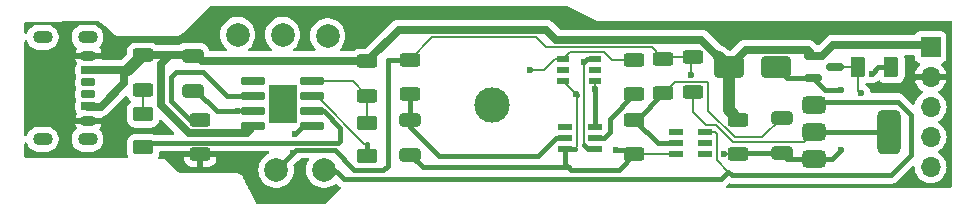
<source format=gbr>
%TF.GenerationSoftware,KiCad,Pcbnew,8.0.6*%
%TF.CreationDate,2024-11-02T11:24:59+01:00*%
%TF.ProjectId,BMU,424d552e-6b69-4636-9164-5f7063625858,rev?*%
%TF.SameCoordinates,Original*%
%TF.FileFunction,Copper,L1,Top*%
%TF.FilePolarity,Positive*%
%FSLAX46Y46*%
G04 Gerber Fmt 4.6, Leading zero omitted, Abs format (unit mm)*
G04 Created by KiCad (PCBNEW 8.0.6) date 2024-11-02 11:24:59*
%MOMM*%
%LPD*%
G01*
G04 APERTURE LIST*
G04 Aperture macros list*
%AMRoundRect*
0 Rectangle with rounded corners*
0 $1 Rounding radius*
0 $2 $3 $4 $5 $6 $7 $8 $9 X,Y pos of 4 corners*
0 Add a 4 corners polygon primitive as box body*
4,1,4,$2,$3,$4,$5,$6,$7,$8,$9,$2,$3,0*
0 Add four circle primitives for the rounded corners*
1,1,$1+$1,$2,$3*
1,1,$1+$1,$4,$5*
1,1,$1+$1,$6,$7*
1,1,$1+$1,$8,$9*
0 Add four rect primitives between the rounded corners*
20,1,$1+$1,$2,$3,$4,$5,0*
20,1,$1+$1,$4,$5,$6,$7,0*
20,1,$1+$1,$6,$7,$8,$9,0*
20,1,$1+$1,$8,$9,$2,$3,0*%
G04 Aperture macros list end*
%TA.AperFunction,SMDPad,CuDef*%
%ADD10RoundRect,0.175000X-0.425000X0.175000X-0.425000X-0.175000X0.425000X-0.175000X0.425000X0.175000X0*%
%TD*%
%TA.AperFunction,SMDPad,CuDef*%
%ADD11RoundRect,0.190000X0.410000X-0.190000X0.410000X0.190000X-0.410000X0.190000X-0.410000X-0.190000X0*%
%TD*%
%TA.AperFunction,SMDPad,CuDef*%
%ADD12RoundRect,0.200000X0.400000X-0.200000X0.400000X0.200000X-0.400000X0.200000X-0.400000X-0.200000X0*%
%TD*%
%TA.AperFunction,SMDPad,CuDef*%
%ADD13RoundRect,0.175000X0.425000X-0.175000X0.425000X0.175000X-0.425000X0.175000X-0.425000X-0.175000X0*%
%TD*%
%TA.AperFunction,SMDPad,CuDef*%
%ADD14RoundRect,0.190000X-0.410000X0.190000X-0.410000X-0.190000X0.410000X-0.190000X0.410000X0.190000X0*%
%TD*%
%TA.AperFunction,SMDPad,CuDef*%
%ADD15RoundRect,0.200000X-0.400000X0.200000X-0.400000X-0.200000X0.400000X-0.200000X0.400000X0.200000X0*%
%TD*%
%TA.AperFunction,ComponentPad*%
%ADD16O,1.700000X1.100000*%
%TD*%
%TA.AperFunction,SMDPad,CuDef*%
%ADD17RoundRect,0.250000X0.625000X-0.375000X0.625000X0.375000X-0.625000X0.375000X-0.625000X-0.375000X0*%
%TD*%
%TA.AperFunction,SMDPad,CuDef*%
%ADD18RoundRect,0.250000X-0.625000X0.312500X-0.625000X-0.312500X0.625000X-0.312500X0.625000X0.312500X0*%
%TD*%
%TA.AperFunction,ComponentPad*%
%ADD19R,1.700000X1.700000*%
%TD*%
%TA.AperFunction,ComponentPad*%
%ADD20O,1.700000X1.700000*%
%TD*%
%TA.AperFunction,ComponentPad*%
%ADD21C,2.000000*%
%TD*%
%TA.AperFunction,ComponentPad*%
%ADD22C,3.000000*%
%TD*%
%TA.AperFunction,SMDPad,CuDef*%
%ADD23RoundRect,0.250000X-0.650000X0.325000X-0.650000X-0.325000X0.650000X-0.325000X0.650000X0.325000X0*%
%TD*%
%TA.AperFunction,SMDPad,CuDef*%
%ADD24RoundRect,0.250000X0.625000X-0.312500X0.625000X0.312500X-0.625000X0.312500X-0.625000X-0.312500X0*%
%TD*%
%TA.AperFunction,SMDPad,CuDef*%
%ADD25R,1.210000X0.590000*%
%TD*%
%TA.AperFunction,SMDPad,CuDef*%
%ADD26RoundRect,0.375000X-0.625000X-0.375000X0.625000X-0.375000X0.625000X0.375000X-0.625000X0.375000X0*%
%TD*%
%TA.AperFunction,SMDPad,CuDef*%
%ADD27RoundRect,0.500000X-0.500000X-1.400000X0.500000X-1.400000X0.500000X1.400000X-0.500000X1.400000X0*%
%TD*%
%TA.AperFunction,SMDPad,CuDef*%
%ADD28R,1.150000X0.600000*%
%TD*%
%TA.AperFunction,SMDPad,CuDef*%
%ADD29RoundRect,0.250000X1.000000X0.650000X-1.000000X0.650000X-1.000000X-0.650000X1.000000X-0.650000X0*%
%TD*%
%TA.AperFunction,SMDPad,CuDef*%
%ADD30RoundRect,0.250000X0.375000X0.625000X-0.375000X0.625000X-0.375000X-0.625000X0.375000X-0.625000X0*%
%TD*%
%TA.AperFunction,SMDPad,CuDef*%
%ADD31RoundRect,0.075000X-0.910000X-0.225000X0.910000X-0.225000X0.910000X0.225000X-0.910000X0.225000X0*%
%TD*%
%TA.AperFunction,SMDPad,CuDef*%
%ADD32R,2.413000X3.302000*%
%TD*%
%TA.AperFunction,SMDPad,CuDef*%
%ADD33RoundRect,0.150000X-0.587500X-0.150000X0.587500X-0.150000X0.587500X0.150000X-0.587500X0.150000X0*%
%TD*%
%TA.AperFunction,SMDPad,CuDef*%
%ADD34R,0.977900X0.558800*%
%TD*%
%TA.AperFunction,ViaPad*%
%ADD35C,0.600000*%
%TD*%
%TA.AperFunction,Conductor*%
%ADD36C,0.400000*%
%TD*%
%TA.AperFunction,Conductor*%
%ADD37C,0.200000*%
%TD*%
%TA.AperFunction,Conductor*%
%ADD38C,0.700000*%
%TD*%
%TA.AperFunction,Conductor*%
%ADD39C,1.000000*%
%TD*%
G04 APERTURE END LIST*
D10*
%TO.P,J1,A5,CC1*%
%TO.N,unconnected-(J1-CC1-PadA5)*%
X67380000Y-57795000D03*
D11*
%TO.P,J1,A9,VBUS*%
%TO.N,+5V*%
X67380000Y-59815000D03*
D12*
%TO.P,J1,A12,GND*%
%TO.N,GND*%
X67380000Y-61045000D03*
D13*
%TO.P,J1,B5,CC2*%
%TO.N,unconnected-(J1-CC2-PadB5)*%
X67380000Y-58795000D03*
D14*
%TO.P,J1,B9,VBUS*%
%TO.N,+5V*%
X67380000Y-56775000D03*
D15*
%TO.P,J1,B12,GND*%
%TO.N,GND*%
X67380000Y-55545000D03*
D16*
%TO.P,J1,S1,SHIELD*%
%TO.N,unconnected-(J1-SHIELD-PadS1)*%
X67300000Y-53975000D03*
X63500000Y-53975000D03*
X67300000Y-62615000D03*
X63500000Y-62615000D03*
%TD*%
D17*
%TO.P,D2,1,K*%
%TO.N,Net-(D2-K)*%
X91000000Y-64000000D03*
%TO.P,D2,2,A*%
%TO.N,Net-(D2-A)*%
X91000000Y-61200000D03*
%TD*%
D18*
%TO.P,R7,1*%
%TO.N,PMOS-Drain*%
X118593677Y-55687500D03*
%TO.P,R7,2*%
%TO.N,Net-(Q3-D)*%
X118593677Y-58612500D03*
%TD*%
D19*
%TO.P,J2,1,Pin_1*%
%TO.N,+5V*%
X138675172Y-54804082D03*
D20*
%TO.P,J2,2,Pin_2*%
%TO.N,GND*%
X138675172Y-57344082D03*
%TO.P,J2,3,Pin_3*%
%TO.N,Net-(D4-K)*%
X138675172Y-59884082D03*
%TO.P,J2,4,Pin_4*%
%TO.N,Net-(J2-Pin_4)*%
X138675172Y-62424082D03*
%TO.P,J2,5,Pin_5*%
%TO.N,Net-(IC1-VSS)*%
X138675172Y-64964082D03*
%TD*%
D21*
%TO.P,hsup1,1,1*%
%TO.N,PMOS-Drain*%
X83274188Y-65202788D03*
%TD*%
D18*
%TO.P,R8,1*%
%TO.N,Net-(IC1-VDD)*%
X113596726Y-60943677D03*
%TO.P,R8,2*%
%TO.N,Net-(IC1-VSS)*%
X113596726Y-63868677D03*
%TD*%
D22*
%TO.P,TP1,1,1*%
%TO.N,unconnected-(TP1-Pad1)*%
X101577701Y-59698208D03*
%TD*%
D23*
%TO.P,C2,1*%
%TO.N,Net-(U1-VCC)*%
X94615000Y-60960000D03*
%TO.P,C2,2*%
%TO.N,Net-(IC1-VSS)*%
X94615000Y-63910000D03*
%TD*%
D18*
%TO.P,R4,1*%
%TO.N,PMOS-Drain*%
X94615000Y-55880000D03*
%TO.P,R4,2*%
%TO.N,Net-(U1-VCC)*%
X94615000Y-58805000D03*
%TD*%
D24*
%TO.P,R5,1*%
%TO.N,Net-(U1-CS)*%
X113596726Y-58788677D03*
%TO.P,R5,2*%
%TO.N,Net-(U2-GND)*%
X113596726Y-55863677D03*
%TD*%
D21*
%TO.P,n2g1,1,1*%
%TO.N,Net-(U1-OC)*%
X83820000Y-53763338D03*
%TD*%
%TO.P,gate1,1,1*%
%TO.N,Net-(IC1-OUT)*%
X87324188Y-65202788D03*
%TD*%
D18*
%TO.P,R1,1*%
%TO.N,+5V*%
X72000000Y-55500000D03*
%TO.P,R1,2*%
%TO.N,Net-(D1-A)*%
X72000000Y-58425000D03*
%TD*%
%TO.P,R3,1*%
%TO.N,Net-(U2-PROG)*%
X76835000Y-60960000D03*
%TO.P,R3,2*%
%TO.N,GND*%
X76835000Y-63885000D03*
%TD*%
D21*
%TO.P,n2s1,1,1*%
%TO.N,Net-(IC1-VSS)*%
X80010000Y-53763338D03*
%TD*%
%TO.P,n1g1,1,1*%
%TO.N,Net-(U1-OD)*%
X87630000Y-53869172D03*
%TD*%
D25*
%TO.P,U1,1,OD*%
%TO.N,Net-(U1-OD)*%
X110241726Y-63439400D03*
%TO.P,U1,2,CS*%
%TO.N,Net-(U1-CS)*%
X110241726Y-62489400D03*
%TO.P,U1,3,OC*%
%TO.N,Net-(U1-OC)*%
X110241726Y-61539400D03*
%TO.P,U1,4,TD*%
%TO.N,unconnected-(U1-TD-Pad4)*%
X107731726Y-61539400D03*
%TO.P,U1,5,VCC*%
%TO.N,Net-(U1-VCC)*%
X107731726Y-62489400D03*
%TO.P,U1,6,GND*%
%TO.N,Net-(IC1-VSS)*%
X107731726Y-63439400D03*
%TD*%
D26*
%TO.P,Q3,1,G*%
%TO.N,Net-(IC1-OUT)*%
X128836726Y-59673677D03*
%TO.P,Q3,2,D*%
%TO.N,Net-(Q3-D)*%
X128836726Y-61973677D03*
D27*
X135136726Y-61973677D03*
D26*
%TO.P,Q3,3,S*%
%TO.N,Net-(IC1-VSS)*%
X128836726Y-64273677D03*
%TD*%
D28*
%TO.P,IC1,1,NC_1*%
%TO.N,unconnected-(IC1-NC_1-Pad1)*%
X117111948Y-61985000D03*
%TO.P,IC1,2,VDD*%
%TO.N,Net-(IC1-VDD)*%
X117111948Y-62935000D03*
%TO.P,IC1,3,VSS*%
%TO.N,Net-(IC1-VSS)*%
X117111948Y-63885000D03*
%TO.P,IC1,4,NC_2*%
%TO.N,unconnected-(IC1-NC_2-Pad4)*%
X119611948Y-63885000D03*
%TO.P,IC1,5,NC_3*%
%TO.N,unconnected-(IC1-NC_3-Pad5)*%
X119611948Y-62935000D03*
%TO.P,IC1,6,OUT*%
%TO.N,Net-(IC1-OUT)*%
X119611948Y-61985000D03*
%TD*%
D29*
%TO.P,D4,1,K*%
%TO.N,Net-(D4-K)*%
X125578677Y-56515000D03*
%TO.P,D4,2,A*%
%TO.N,+5V*%
X121578677Y-56515000D03*
%TD*%
D23*
%TO.P,C1,1*%
%TO.N,+5V*%
X76200000Y-55550000D03*
%TO.P,C1,2*%
%TO.N,Net-(U2-GND)*%
X76200000Y-58500000D03*
%TD*%
D18*
%TO.P,Rpull1,1*%
%TO.N,+5V*%
X122403677Y-60960000D03*
%TO.P,Rpull1,2*%
%TO.N,Net-(IC1-VSS)*%
X122403677Y-63885000D03*
%TD*%
D30*
%TO.P,F1,1*%
%TO.N,PMOS-Drain*%
X135363677Y-56515000D03*
%TO.P,F1,2*%
%TO.N,Net-(J2-Pin_4)*%
X132563677Y-56515000D03*
%TD*%
D17*
%TO.P,D1,1,K*%
%TO.N,Net-(D1-K)*%
X72000000Y-63300000D03*
%TO.P,D1,2,A*%
%TO.N,Net-(D1-A)*%
X72000000Y-60500000D03*
%TD*%
D31*
%TO.P,U2,1,TEMP*%
%TO.N,unconnected-(U2-TEMP-Pad1)*%
X81345000Y-57720000D03*
%TO.P,U2,2,PROG*%
%TO.N,Net-(U2-PROG)*%
X81345000Y-58990000D03*
%TO.P,U2,3,GND*%
%TO.N,Net-(U2-GND)*%
X81345000Y-60260000D03*
%TO.P,U2,4,VCC*%
%TO.N,+5V*%
X81345000Y-61530000D03*
%TO.P,U2,5,BAT*%
%TO.N,PMOS-Drain*%
X86295000Y-61530000D03*
%TO.P,U2,6,~{STDBY}*%
%TO.N,Net-(D1-K)*%
X86295000Y-60260000D03*
%TO.P,U2,7,~{CHRG}*%
%TO.N,Net-(D2-K)*%
X86295000Y-58990000D03*
%TO.P,U2,8,CE*%
%TO.N,Net-(D2-A)*%
X86295000Y-57720000D03*
D32*
%TO.P,U2,9,EP*%
%TO.N,unconnected-(U2-EP-Pad9)*%
X83820000Y-59625000D03*
%TD*%
D33*
%TO.P,Q2,1,G*%
%TO.N,+5V*%
X128753677Y-55548677D03*
%TO.P,Q2,2,S*%
%TO.N,Net-(D4-K)*%
X128753677Y-57448677D03*
%TO.P,Q2,3,D*%
%TO.N,Net-(J2-Pin_4)*%
X130628677Y-56498677D03*
%TD*%
D18*
%TO.P,R6,1*%
%TO.N,PMOS-Drain*%
X116053677Y-55778383D03*
%TO.P,R6,2*%
%TO.N,Net-(IC1-VDD)*%
X116053677Y-58703383D03*
%TD*%
D23*
%TO.P,C3,1*%
%TO.N,Net-(IC1-VDD)*%
X126062533Y-60850402D03*
%TO.P,C3,2*%
%TO.N,Net-(IC1-VSS)*%
X126062533Y-63800402D03*
%TD*%
D18*
%TO.P,R2,1*%
%TO.N,+5V*%
X91000000Y-56000000D03*
%TO.P,R2,2*%
%TO.N,Net-(D2-A)*%
X91000000Y-58925000D03*
%TD*%
D34*
%TO.P,Q1,1,1*%
%TO.N,Net-(U2-GND)*%
X107592026Y-55824400D03*
%TO.P,Q1,2,2*%
%TO.N,unconnected-(Q1-Pad2)*%
X107592026Y-56774401D03*
%TO.P,Q1,3,3*%
%TO.N,Net-(IC1-VSS)*%
X107592026Y-57724402D03*
%TO.P,Q1,4,4*%
%TO.N,Net-(U1-OC)*%
X110271726Y-57724402D03*
%TO.P,Q1,5,5*%
%TO.N,unconnected-(Q1-Pad5)*%
X110271726Y-56774401D03*
%TO.P,Q1,6,6*%
%TO.N,Net-(U1-OD)*%
X110271726Y-55824400D03*
%TD*%
D35*
%TO.N,Net-(IC1-VSS)*%
X121176063Y-63885000D03*
X112037026Y-63500000D03*
X131087026Y-63500000D03*
X108636726Y-58769102D03*
%TO.N,GND*%
X137000000Y-58000000D03*
X73660000Y-63885000D03*
%TO.N,Net-(D4-K)*%
X131087026Y-58420000D03*
%TO.N,Net-(U2-GND)*%
X80010000Y-60260000D03*
X104750000Y-56750000D03*
%TO.N,PMOS-Drain*%
X84875665Y-62183946D03*
X84738488Y-63738488D03*
X118387026Y-57150000D03*
X133688677Y-57080712D03*
%TO.N,Net-(U1-OC)*%
X110241726Y-58380723D03*
%TO.N,Net-(U1-OD)*%
X109336726Y-56070450D03*
%TO.N,Net-(J2-Pin_4)*%
X132800811Y-58737684D03*
%TD*%
D36*
%TO.N,Net-(U1-VCC)*%
X94615000Y-60960000D02*
X94615000Y-58805000D01*
X94615000Y-61595000D02*
X97020000Y-64000000D01*
X106926726Y-62489400D02*
X107731726Y-62489400D01*
D37*
X94615000Y-60960000D02*
X94615000Y-61595000D01*
D36*
X105416126Y-64000000D02*
X106926726Y-62489400D01*
X97020000Y-64000000D02*
X105416126Y-64000000D01*
%TO.N,Net-(IC1-VSS)*%
X113596726Y-63868677D02*
X112273503Y-65191900D01*
D37*
X108766548Y-58898924D02*
X108766548Y-63209578D01*
X107592026Y-57724402D02*
X108636726Y-58769102D01*
X125913275Y-63800402D02*
X125828677Y-63885000D01*
X108766548Y-63209578D02*
X108636726Y-63339400D01*
D36*
X112037026Y-63500000D02*
X113228049Y-63500000D01*
D37*
X113596726Y-63868677D02*
X117095625Y-63868677D01*
D36*
X126535808Y-64273677D02*
X126062533Y-63800402D01*
X108536726Y-63439400D02*
X107731726Y-63439400D01*
D37*
X126062533Y-63800402D02*
X125913275Y-63800402D01*
D36*
X112273503Y-65191900D02*
X108227026Y-65191900D01*
X94615000Y-63910000D02*
X95705000Y-65000000D01*
X128836726Y-64273677D02*
X126535808Y-64273677D01*
X130313349Y-64273677D02*
X128836726Y-64273677D01*
D37*
X117095625Y-63868677D02*
X117111948Y-63885000D01*
D36*
X131087026Y-63500000D02*
X130313349Y-64273677D01*
D37*
X108035126Y-65000000D02*
X108227026Y-65191900D01*
X121176063Y-63885000D02*
X122403677Y-63885000D01*
X121176063Y-63885000D02*
X121160106Y-63869043D01*
X122488275Y-63800402D02*
X122403677Y-63885000D01*
D36*
X107731726Y-63439400D02*
X107731726Y-64696600D01*
X107731726Y-64696600D02*
X108227026Y-65191900D01*
X126062533Y-63800402D02*
X122488275Y-63800402D01*
X108636726Y-58769102D02*
X108766548Y-58898924D01*
D37*
X113228049Y-63500000D02*
X113596726Y-63868677D01*
D36*
X95705000Y-65000000D02*
X108035126Y-65000000D01*
D37*
%TO.N,Net-(IC1-VDD)*%
X119863677Y-57785000D02*
X119828677Y-57750000D01*
X119828677Y-57750000D02*
X117007060Y-57750000D01*
D36*
X113596726Y-60943677D02*
X115588049Y-62935000D01*
D37*
X113813383Y-60943677D02*
X113596726Y-60943677D01*
X126062533Y-60850402D02*
X124447935Y-62465000D01*
X117007060Y-57750000D02*
X116053677Y-58703383D01*
X124447935Y-62465000D02*
X122132634Y-62465000D01*
X122132634Y-62465000D02*
X119863677Y-60196043D01*
D36*
X116053677Y-58703383D02*
X113813383Y-60943677D01*
D37*
X119863677Y-60196043D02*
X119863677Y-57785000D01*
D36*
X115588049Y-62935000D02*
X117111948Y-62935000D01*
D37*
%TO.N,GND*%
X76835000Y-63885000D02*
X73660000Y-63885000D01*
X137655918Y-57344082D02*
X137000000Y-58000000D01*
X138675172Y-57344082D02*
X137655918Y-57344082D01*
D38*
%TO.N,+5V*%
X106102026Y-53340000D02*
X106957026Y-54195000D01*
X73500000Y-56267349D02*
X74267349Y-55500000D01*
X73500000Y-59700798D02*
X73500000Y-56267349D01*
X123028677Y-55065000D02*
X128270000Y-55065000D01*
X75871702Y-62072500D02*
X73500000Y-59700798D01*
X106957026Y-54195000D02*
X119258678Y-54195000D01*
X128753677Y-55548677D02*
X129485703Y-55548677D01*
X80802500Y-62072500D02*
X75871702Y-62072500D01*
X74267349Y-55500000D02*
X76150000Y-55500000D01*
X76200000Y-55550000D02*
X76530000Y-55550000D01*
X76980000Y-56000000D02*
X91000000Y-56000000D01*
X76530000Y-55550000D02*
X76980000Y-56000000D01*
D39*
X121578677Y-56515000D02*
X121578677Y-60135000D01*
X72000000Y-55500000D02*
X70755000Y-56745000D01*
X121578677Y-60135000D02*
X122403677Y-60960000D01*
D38*
X76150000Y-55500000D02*
X76200000Y-55550000D01*
X91000000Y-56000000D02*
X93660000Y-53340000D01*
X129485703Y-55548677D02*
X130424380Y-54610000D01*
X119665352Y-54601674D02*
X121578677Y-56515000D01*
X121578677Y-56515000D02*
X123028677Y-55065000D01*
D39*
X120751177Y-55687500D02*
X121578677Y-56515000D01*
D38*
X81345000Y-61530000D02*
X80802500Y-62072500D01*
X68425000Y-59845000D02*
X67380000Y-59845000D01*
X70425000Y-57075000D02*
X70425000Y-57845000D01*
X70755000Y-56745000D02*
X67410000Y-56745000D01*
X128270000Y-55065000D02*
X128753677Y-55548677D01*
X74267349Y-55500000D02*
X72000000Y-55500000D01*
X70425000Y-57845000D02*
X68425000Y-59845000D01*
X130424380Y-54610000D02*
X138430000Y-54610000D01*
X93660000Y-53340000D02*
X106102026Y-53340000D01*
X119258678Y-54195000D02*
X119665352Y-54601674D01*
D37*
%TO.N,Net-(D1-A)*%
X72000000Y-60500000D02*
X72000000Y-58425000D01*
%TO.N,Net-(D1-K)*%
X72277500Y-63022500D02*
X72000000Y-63300000D01*
D36*
X86295000Y-60260000D02*
X87279999Y-60260000D01*
X88654552Y-62745244D02*
X88481841Y-62917955D01*
X88654552Y-61634553D02*
X88654552Y-62745244D01*
X88481841Y-62917955D02*
X72382045Y-62917955D01*
X72382045Y-62917955D02*
X72277500Y-63022500D01*
X87279999Y-60260000D02*
X88654552Y-61634553D01*
D37*
%TO.N,Net-(D2-A)*%
X86295000Y-57720000D02*
X89795000Y-57720000D01*
X89795000Y-57720000D02*
X91000000Y-58925000D01*
X91000000Y-58925000D02*
X91000000Y-61200000D01*
D36*
%TO.N,Net-(D2-K)*%
X91000000Y-63000000D02*
X91000000Y-64000000D01*
D37*
X86295000Y-58990000D02*
X86717106Y-58990000D01*
X86717106Y-58990000D02*
X90727106Y-63000000D01*
X86295000Y-58990000D02*
X86990000Y-58990000D01*
X90727106Y-63000000D02*
X91000000Y-63000000D01*
D36*
%TO.N,Net-(D4-K)*%
X131087026Y-58420000D02*
X129725000Y-58420000D01*
X129725000Y-58420000D02*
X128753677Y-57448677D01*
X128753677Y-57448677D02*
X126512354Y-57448677D01*
X126512354Y-57448677D02*
X125578677Y-56515000D01*
%TO.N,Net-(U2-GND)*%
X78260000Y-60260000D02*
X76500000Y-58500000D01*
D37*
X105977476Y-56750000D02*
X106903076Y-55824400D01*
X111060676Y-55245000D02*
X111695676Y-55880000D01*
D36*
X80010000Y-60260000D02*
X78260000Y-60260000D01*
D37*
X104750000Y-56750000D02*
X105977476Y-56750000D01*
X80685000Y-60310000D02*
X81500000Y-60310000D01*
X80010000Y-60260000D02*
X81345000Y-60260000D01*
X107592026Y-55824400D02*
X108171426Y-55245000D01*
X113580403Y-55880000D02*
X113596726Y-55863677D01*
X111695676Y-55880000D02*
X113580403Y-55880000D01*
X106903076Y-55824400D02*
X107592026Y-55824400D01*
X108171426Y-55245000D02*
X111060676Y-55245000D01*
D36*
%TO.N,PMOS-Drain*%
X88218285Y-63517955D02*
X89889449Y-65189119D01*
X92359219Y-65189119D02*
X92710000Y-64838338D01*
D37*
X116144560Y-55687500D02*
X116053677Y-55778383D01*
X85529611Y-61530000D02*
X86295000Y-61530000D01*
D36*
X92710000Y-55880000D02*
X94615000Y-55880000D01*
X83274188Y-65202788D02*
X84738488Y-63738488D01*
X92710000Y-64838338D02*
X92710000Y-55880000D01*
D37*
X106158677Y-54845000D02*
X115120294Y-54845000D01*
X115120294Y-54845000D02*
X116053677Y-55778383D01*
X94615000Y-55880000D02*
X96505000Y-53990000D01*
X96505000Y-53990000D02*
X105303677Y-53990000D01*
D36*
X134254389Y-56515000D02*
X133688677Y-57080712D01*
D37*
X118387026Y-55894151D02*
X118593677Y-55687500D01*
X105303677Y-53990000D02*
X106158677Y-54845000D01*
D36*
X135363677Y-56515000D02*
X134254389Y-56515000D01*
X84875665Y-62183946D02*
X85529611Y-61530000D01*
D37*
X84738488Y-63738488D02*
X84865006Y-63611970D01*
X118593677Y-55687500D02*
X116144560Y-55687500D01*
X118387026Y-57150000D02*
X118387026Y-55894151D01*
D36*
X89889449Y-65189119D02*
X92359219Y-65189119D01*
X84959021Y-63517955D02*
X88218285Y-63517955D01*
X84865006Y-63611970D02*
X84959021Y-63517955D01*
%TO.N,Net-(U2-PROG)*%
X81345000Y-58990000D02*
X79090456Y-58990000D01*
X79090456Y-58990000D02*
X77054399Y-56953943D01*
X74371620Y-59371620D02*
X75960000Y-60960000D01*
X74371620Y-57356936D02*
X74371620Y-59371620D01*
X77054399Y-56953943D02*
X74774613Y-56953943D01*
X74774613Y-56953943D02*
X74371620Y-57356936D01*
D37*
X75960000Y-60960000D02*
X76835000Y-60960000D01*
D36*
%TO.N,Net-(IC1-OUT)*%
X88986976Y-66000000D02*
X120967026Y-66000000D01*
D37*
X120561408Y-64404382D02*
X120561408Y-62159460D01*
D36*
X87756976Y-64770000D02*
X88986976Y-66000000D01*
X135323840Y-65676160D02*
X121833186Y-65676160D01*
X121833186Y-65676160D02*
X121562026Y-65405000D01*
D37*
X120386948Y-61985000D02*
X119611948Y-61985000D01*
X87324188Y-65202788D02*
X87756976Y-64770000D01*
D36*
X135937684Y-59437684D02*
X137062316Y-60562316D01*
D37*
X121562026Y-65405000D02*
X120561408Y-64404382D01*
D36*
X137062316Y-62913052D02*
X137062316Y-63937684D01*
X128899042Y-59437684D02*
X135937684Y-59437684D01*
X137062316Y-63937684D02*
X135323840Y-65676160D01*
X120967026Y-66000000D02*
X121562026Y-65405000D01*
D37*
X120561408Y-62159460D02*
X120386948Y-61985000D01*
D36*
X137062316Y-60562316D02*
X137062316Y-62913052D01*
D37*
%TO.N,Net-(U1-OC)*%
X110241726Y-58380723D02*
X110241726Y-57754402D01*
D36*
X110241726Y-61539400D02*
X110241726Y-58380723D01*
D37*
X110241726Y-57754402D02*
X110271726Y-57724402D01*
D36*
%TO.N,Net-(U1-OD)*%
X109336726Y-63139949D02*
X109636177Y-63439400D01*
D37*
X109336726Y-56070450D02*
X109336726Y-63139949D01*
D36*
X110271726Y-55824400D02*
X109582776Y-55824400D01*
X109582776Y-55824400D02*
X109336726Y-56070450D01*
X109636177Y-63439400D02*
X110241726Y-63439400D01*
D37*
%TO.N,Net-(Q3-D)*%
X118593677Y-58612500D02*
X118593677Y-60325000D01*
X120486948Y-61385000D02*
X121966948Y-62865000D01*
X127945403Y-62865000D02*
X128836726Y-61973677D01*
X119653677Y-61385000D02*
X120486948Y-61385000D01*
D36*
X135136726Y-61973677D02*
X128836726Y-61973677D01*
D37*
X118593677Y-60325000D02*
X119653677Y-61385000D01*
X121966948Y-62865000D02*
X127945403Y-62865000D01*
D36*
%TO.N,Net-(U1-CS)*%
X111500000Y-62036126D02*
X111146726Y-62389400D01*
X111046726Y-62489400D02*
X110241726Y-62489400D01*
X113596726Y-58788677D02*
X111500000Y-60885403D01*
X111500000Y-60885403D02*
X111500000Y-62036126D01*
D37*
X111146726Y-62389400D02*
X111046726Y-62489400D01*
%TO.N,Net-(J2-Pin_4)*%
X132563677Y-58500550D02*
X132563677Y-56515000D01*
X132800811Y-58737684D02*
X132563677Y-58500550D01*
X130628677Y-56498677D02*
X132547354Y-56498677D01*
X132547354Y-56498677D02*
X132563677Y-56515000D01*
%TD*%
%TA.AperFunction,Conductor*%
%TO.N,GND*%
G36*
X75448438Y-63635000D02*
G01*
X78226438Y-63635000D01*
X78251548Y-63621289D01*
X78277906Y-63618455D01*
X82559453Y-63618455D01*
X82626492Y-63638140D01*
X82672247Y-63690944D01*
X82682191Y-63760102D01*
X82653166Y-63823658D01*
X82618470Y-63851510D01*
X82450684Y-63942310D01*
X82450682Y-63942311D01*
X82254445Y-64095049D01*
X82086021Y-64278005D01*
X81950014Y-64486181D01*
X81850124Y-64713906D01*
X81789080Y-64954963D01*
X81789078Y-64954975D01*
X81768545Y-65202782D01*
X81768545Y-65202793D01*
X81789078Y-65450600D01*
X81789080Y-65450612D01*
X81850124Y-65691669D01*
X81950014Y-65919394D01*
X82086021Y-66127570D01*
X82095730Y-66138117D01*
X82254444Y-66310526D01*
X82450679Y-66463262D01*
X82669378Y-66581616D01*
X82904574Y-66662359D01*
X83149853Y-66703288D01*
X83398523Y-66703288D01*
X83643802Y-66662359D01*
X83878998Y-66581616D01*
X84097697Y-66463262D01*
X84293932Y-66310526D01*
X84462352Y-66127573D01*
X84598361Y-65919395D01*
X84698251Y-65691669D01*
X84759296Y-65450609D01*
X84759297Y-65450600D01*
X84779831Y-65202793D01*
X84779831Y-65202782D01*
X84759297Y-64954975D01*
X84759296Y-64954972D01*
X84759296Y-64954967D01*
X84726756Y-64826471D01*
X84729381Y-64756651D01*
X84759279Y-64708352D01*
X84937778Y-64529853D01*
X84984501Y-64500495D01*
X85088010Y-64464277D01*
X85240750Y-64368304D01*
X85354280Y-64254774D01*
X85415603Y-64221289D01*
X85441961Y-64218455D01*
X85945797Y-64218455D01*
X86012836Y-64238140D01*
X86058591Y-64290944D01*
X86068535Y-64360102D01*
X86049606Y-64410274D01*
X86038461Y-64427335D01*
X86000013Y-64486184D01*
X85900124Y-64713906D01*
X85839080Y-64954963D01*
X85839078Y-64954975D01*
X85818545Y-65202782D01*
X85818545Y-65202793D01*
X85839078Y-65450600D01*
X85839080Y-65450612D01*
X85900124Y-65691669D01*
X86000014Y-65919394D01*
X86136021Y-66127570D01*
X86145730Y-66138117D01*
X86304444Y-66310526D01*
X86500679Y-66463262D01*
X86719378Y-66581616D01*
X86954574Y-66662359D01*
X87199853Y-66703288D01*
X87448523Y-66703288D01*
X87693802Y-66662359D01*
X87928998Y-66581616D01*
X88147697Y-66463262D01*
X88236666Y-66394014D01*
X88301656Y-66368373D01*
X88370196Y-66381939D01*
X88400506Y-66404188D01*
X88540430Y-66544112D01*
X88540433Y-66544114D01*
X88655165Y-66620775D01*
X88677658Y-66630091D01*
X88732061Y-66673930D01*
X88754128Y-66740224D01*
X88736851Y-66807923D01*
X88692208Y-66852039D01*
X88592692Y-66909496D01*
X88592683Y-66909502D01*
X87459005Y-68043181D01*
X87397682Y-68076666D01*
X87371324Y-68079500D01*
X81665962Y-68079500D01*
X81598923Y-68059815D01*
X81555053Y-68010954D01*
X80975596Y-66852039D01*
X80925529Y-66751905D01*
X80915512Y-66731871D01*
X80889311Y-66679469D01*
X80880756Y-66662359D01*
X80859115Y-66619077D01*
X80854734Y-66610315D01*
X80733763Y-66368373D01*
X80729402Y-66359651D01*
X80724447Y-66349741D01*
X80723232Y-66347311D01*
X80709447Y-66319741D01*
X80699148Y-66299143D01*
X80698045Y-66296937D01*
X80698044Y-66296935D01*
X80668569Y-66237985D01*
X80668568Y-66237983D01*
X80618635Y-66138117D01*
X80550864Y-66002575D01*
X80485944Y-65872736D01*
X80477077Y-65849374D01*
X80476392Y-65846814D01*
X80452790Y-65805934D01*
X80449296Y-65799440D01*
X80428193Y-65757234D01*
X80426433Y-65755249D01*
X80411825Y-65734980D01*
X80410502Y-65732689D01*
X80410499Y-65732685D01*
X80377157Y-65699343D01*
X80372061Y-65693933D01*
X80370053Y-65691669D01*
X80340758Y-65658632D01*
X80338535Y-65657164D01*
X80319186Y-65641372D01*
X80317316Y-65639502D01*
X80317314Y-65639500D01*
X80301154Y-65630169D01*
X80276458Y-65615911D01*
X80270148Y-65612011D01*
X80230783Y-65586021D01*
X80230779Y-65586019D01*
X80230771Y-65586016D01*
X80228257Y-65585178D01*
X80205489Y-65574937D01*
X80203193Y-65573611D01*
X80203187Y-65573608D01*
X80203186Y-65573608D01*
X80203183Y-65573607D01*
X80203180Y-65573606D01*
X80157618Y-65561397D01*
X80150505Y-65559261D01*
X80131860Y-65553046D01*
X80112175Y-65546485D01*
X80054801Y-65506613D01*
X80038802Y-65480817D01*
X80019224Y-65438403D01*
X75087578Y-65438403D01*
X75020539Y-65418718D01*
X74999897Y-65402084D01*
X74545812Y-64947999D01*
X73967314Y-64369500D01*
X73879941Y-64319055D01*
X73853187Y-64303608D01*
X73757633Y-64278005D01*
X73725892Y-64269500D01*
X73725891Y-64269500D01*
X73362265Y-64269500D01*
X73295226Y-64249815D01*
X73293208Y-64247486D01*
X75460001Y-64247486D01*
X75470494Y-64350197D01*
X75525641Y-64516619D01*
X75525643Y-64516624D01*
X75617684Y-64665845D01*
X75741654Y-64789815D01*
X75890875Y-64881856D01*
X75890880Y-64881858D01*
X76057302Y-64937005D01*
X76057309Y-64937006D01*
X76160019Y-64947499D01*
X76584999Y-64947499D01*
X77085000Y-64947499D01*
X77509972Y-64947499D01*
X77509986Y-64947498D01*
X77612697Y-64937005D01*
X77779119Y-64881858D01*
X77779124Y-64881856D01*
X77928345Y-64789815D01*
X78052315Y-64665845D01*
X78144356Y-64516624D01*
X78144358Y-64516619D01*
X78199505Y-64350197D01*
X78199506Y-64350190D01*
X78209999Y-64247486D01*
X78210000Y-64247473D01*
X78210000Y-64135000D01*
X77085000Y-64135000D01*
X77085000Y-64947499D01*
X76584999Y-64947499D01*
X76585000Y-64947498D01*
X76585000Y-64135000D01*
X75460001Y-64135000D01*
X75460001Y-64247486D01*
X73293208Y-64247486D01*
X73249471Y-64197011D01*
X73239527Y-64127853D01*
X73256725Y-64080405D01*
X73309814Y-63994334D01*
X73364999Y-63827797D01*
X73375005Y-63729852D01*
X73401401Y-63665161D01*
X73458582Y-63625010D01*
X73498363Y-63618455D01*
X75392093Y-63618455D01*
X75448438Y-63635000D01*
G37*
%TD.AperFunction*%
%TA.AperFunction,Conductor*%
G36*
X107858030Y-51313591D02*
G01*
X110249414Y-52509282D01*
X110255935Y-52512790D01*
X110296814Y-52536392D01*
X110299368Y-52537076D01*
X110322747Y-52545949D01*
X110325102Y-52547127D01*
X110325109Y-52547129D01*
X110371311Y-52556584D01*
X110378543Y-52558290D01*
X110424108Y-52570500D01*
X110426757Y-52570500D01*
X110451619Y-52573018D01*
X110454214Y-52573549D01*
X110501295Y-52570723D01*
X110508725Y-52570500D01*
X140345500Y-52570500D01*
X140412539Y-52590185D01*
X140458294Y-52642989D01*
X140469500Y-52694500D01*
X140469500Y-66619077D01*
X140449815Y-66686116D01*
X140397011Y-66731871D01*
X140345558Y-66743077D01*
X121505198Y-66751905D01*
X121438149Y-66732252D01*
X121392370Y-66679469D01*
X121382394Y-66610315D01*
X121411389Y-66546746D01*
X121417444Y-66540238D01*
X121564547Y-66393134D01*
X121625868Y-66359651D01*
X121676418Y-66359200D01*
X121722533Y-66368373D01*
X121764192Y-66376660D01*
X121764193Y-66376660D01*
X135392836Y-66376660D01*
X135501252Y-66355094D01*
X135528168Y-66349740D01*
X135600592Y-66319741D01*
X135655647Y-66296937D01*
X135655648Y-66296936D01*
X135655651Y-66296935D01*
X135770383Y-66220274D01*
X137107913Y-64882741D01*
X137169236Y-64849257D01*
X137238927Y-64854241D01*
X137294861Y-64896112D01*
X137319122Y-64959615D01*
X137340108Y-65199485D01*
X137340110Y-65199495D01*
X137401266Y-65427737D01*
X137401268Y-65427741D01*
X137401269Y-65427745D01*
X137500011Y-65639498D01*
X137501137Y-65641912D01*
X137501139Y-65641916D01*
X137581886Y-65757234D01*
X137636677Y-65835483D01*
X137803771Y-66002577D01*
X137900556Y-66070347D01*
X137997337Y-66138114D01*
X137997339Y-66138115D01*
X137997342Y-66138117D01*
X138211509Y-66237985D01*
X138439764Y-66299145D01*
X138628090Y-66315621D01*
X138675171Y-66319741D01*
X138675172Y-66319741D01*
X138675173Y-66319741D01*
X138714406Y-66316308D01*
X138910580Y-66299145D01*
X139138835Y-66237985D01*
X139353002Y-66138117D01*
X139546573Y-66002577D01*
X139713667Y-65835483D01*
X139849207Y-65641912D01*
X139949075Y-65427745D01*
X140010235Y-65199490D01*
X140030831Y-64964082D01*
X140030033Y-64954966D01*
X140023732Y-64882940D01*
X140010235Y-64728674D01*
X139953416Y-64516619D01*
X139949077Y-64500426D01*
X139949076Y-64500425D01*
X139949075Y-64500419D01*
X139849207Y-64286253D01*
X139848588Y-64285368D01*
X139713666Y-64092679D01*
X139546574Y-63925588D01*
X139546568Y-63925583D01*
X139361014Y-63795657D01*
X139317389Y-63741080D01*
X139310195Y-63671582D01*
X139341718Y-63609227D01*
X139361014Y-63592507D01*
X139420156Y-63551095D01*
X139546573Y-63462577D01*
X139713667Y-63295483D01*
X139849207Y-63101912D01*
X139949075Y-62887745D01*
X140010235Y-62659490D01*
X140030831Y-62424082D01*
X140010235Y-62188674D01*
X139949075Y-61960419D01*
X139849207Y-61746253D01*
X139837004Y-61728824D01*
X139713666Y-61552679D01*
X139546574Y-61385588D01*
X139546568Y-61385583D01*
X139361014Y-61255657D01*
X139317389Y-61201080D01*
X139310195Y-61131582D01*
X139341718Y-61069227D01*
X139361014Y-61052507D01*
X139388720Y-61033107D01*
X139546573Y-60922577D01*
X139713667Y-60755483D01*
X139849207Y-60561912D01*
X139949075Y-60347745D01*
X140010235Y-60119490D01*
X140030831Y-59884082D01*
X140010235Y-59648674D01*
X139963798Y-59475367D01*
X139949077Y-59420426D01*
X139949076Y-59420425D01*
X139949075Y-59420419D01*
X139849207Y-59206253D01*
X139830674Y-59179784D01*
X139713666Y-59012679D01*
X139546574Y-58845588D01*
X139546573Y-58845587D01*
X139360577Y-58715351D01*
X139316953Y-58660774D01*
X139309760Y-58591275D01*
X139341282Y-58528921D01*
X139360577Y-58512201D01*
X139546254Y-58382187D01*
X139713277Y-58215164D01*
X139848772Y-58021660D01*
X139948601Y-57807574D01*
X139948604Y-57807568D01*
X140005808Y-57594082D01*
X139108184Y-57594082D01*
X139141097Y-57537075D01*
X139175172Y-57409908D01*
X139175172Y-57278256D01*
X139141097Y-57151089D01*
X139108184Y-57094082D01*
X140005808Y-57094082D01*
X140005807Y-57094081D01*
X139948604Y-56880595D01*
X139948601Y-56880589D01*
X139848772Y-56666504D01*
X139848771Y-56666502D01*
X139713285Y-56473008D01*
X139713280Y-56473002D01*
X139591225Y-56350947D01*
X139557740Y-56289624D01*
X139562724Y-56219932D01*
X139604596Y-56163999D01*
X139635572Y-56147084D01*
X139725019Y-56113723D01*
X139767498Y-56097880D01*
X139767498Y-56097879D01*
X139767503Y-56097878D01*
X139882718Y-56011628D01*
X139968968Y-55896413D01*
X140019263Y-55761565D01*
X140025672Y-55701955D01*
X140025671Y-53906210D01*
X140019263Y-53846599D01*
X140016988Y-53840500D01*
X139968969Y-53711753D01*
X139968965Y-53711746D01*
X139882719Y-53596537D01*
X139882716Y-53596534D01*
X139767507Y-53510288D01*
X139767500Y-53510284D01*
X139632654Y-53459990D01*
X139632655Y-53459990D01*
X139573055Y-53453583D01*
X139573053Y-53453582D01*
X139573045Y-53453582D01*
X139573036Y-53453582D01*
X137777301Y-53453582D01*
X137777295Y-53453583D01*
X137717688Y-53459990D01*
X137582843Y-53510284D01*
X137582836Y-53510288D01*
X137467627Y-53596534D01*
X137382827Y-53709812D01*
X137326893Y-53751682D01*
X137283561Y-53759500D01*
X130340608Y-53759500D01*
X130176305Y-53792182D01*
X130176293Y-53792185D01*
X130148780Y-53803582D01*
X130021523Y-53856292D01*
X130021510Y-53856299D01*
X129882218Y-53949372D01*
X129882214Y-53949375D01*
X129207371Y-54624219D01*
X129146048Y-54657704D01*
X129076356Y-54652720D01*
X129032009Y-54624219D01*
X128812165Y-54404375D01*
X128812161Y-54404372D01*
X128672869Y-54311299D01*
X128672857Y-54311292D01*
X128530239Y-54252220D01*
X128530236Y-54252217D01*
X128530236Y-54252218D01*
X128518082Y-54247184D01*
X128518079Y-54247183D01*
X128518075Y-54247182D01*
X128353771Y-54214500D01*
X128353767Y-54214500D01*
X122944910Y-54214500D01*
X122944905Y-54214500D01*
X122780601Y-54247182D01*
X122780595Y-54247184D01*
X122768440Y-54252219D01*
X122768438Y-54252219D01*
X122768437Y-54252220D01*
X122625820Y-54311292D01*
X122625807Y-54311299D01*
X122486515Y-54404372D01*
X122486511Y-54404375D01*
X121812706Y-55078181D01*
X121751383Y-55111666D01*
X121725025Y-55114500D01*
X121644459Y-55114500D01*
X121577420Y-55094815D01*
X121556778Y-55078181D01*
X121388961Y-54910363D01*
X121388957Y-54910360D01*
X121225097Y-54800872D01*
X121225087Y-54800867D01*
X121043013Y-54725449D01*
X121043005Y-54725447D01*
X121016119Y-54720099D01*
X120954208Y-54687714D01*
X120952629Y-54686163D01*
X120330319Y-54063853D01*
X120330299Y-54063831D01*
X119800843Y-53534375D01*
X119800839Y-53534372D01*
X119661544Y-53441297D01*
X119661541Y-53441296D01*
X119536493Y-53389500D01*
X119506760Y-53377184D01*
X119506752Y-53377182D01*
X119342449Y-53344500D01*
X119342445Y-53344500D01*
X107360677Y-53344500D01*
X107293638Y-53324815D01*
X107272996Y-53308181D01*
X106644191Y-52679375D01*
X106644187Y-52679372D01*
X106504895Y-52586299D01*
X106504882Y-52586292D01*
X106354446Y-52523981D01*
X106354444Y-52523979D01*
X106354444Y-52523980D01*
X106350112Y-52522185D01*
X106350097Y-52522181D01*
X106185797Y-52489500D01*
X106185793Y-52489500D01*
X93576233Y-52489500D01*
X93576228Y-52489500D01*
X93411928Y-52522181D01*
X93411913Y-52522185D01*
X93407582Y-52523980D01*
X93407579Y-52523981D01*
X93257143Y-52586292D01*
X93257137Y-52586295D01*
X93257137Y-52586296D01*
X93117840Y-52679373D01*
X93117831Y-52679379D01*
X93117830Y-52679380D01*
X90896528Y-54900681D01*
X90835205Y-54934166D01*
X90808847Y-54937000D01*
X90324998Y-54937000D01*
X90324980Y-54937001D01*
X90222203Y-54947500D01*
X90222200Y-54947501D01*
X90055668Y-55002685D01*
X90055663Y-55002687D01*
X89906342Y-55094789D01*
X89887951Y-55113181D01*
X89826628Y-55146666D01*
X89800270Y-55149500D01*
X88773555Y-55149500D01*
X88706516Y-55129815D01*
X88660761Y-55077011D01*
X88650817Y-55007853D01*
X88679842Y-54944297D01*
X88682307Y-54941536D01*
X88818164Y-54793957D01*
X88954173Y-54585779D01*
X89054063Y-54358053D01*
X89115108Y-54116993D01*
X89118300Y-54078469D01*
X89135643Y-53869177D01*
X89135643Y-53869166D01*
X89115109Y-53621359D01*
X89115107Y-53621347D01*
X89054063Y-53380290D01*
X88954173Y-53152565D01*
X88818166Y-52944389D01*
X88796557Y-52920916D01*
X88649744Y-52761434D01*
X88453509Y-52608698D01*
X88453507Y-52608697D01*
X88453506Y-52608696D01*
X88234811Y-52490344D01*
X88234802Y-52490341D01*
X87999616Y-52409601D01*
X87754335Y-52368672D01*
X87505665Y-52368672D01*
X87260383Y-52409601D01*
X87025197Y-52490341D01*
X87025188Y-52490344D01*
X86806493Y-52608696D01*
X86610257Y-52761433D01*
X86441833Y-52944389D01*
X86305826Y-53152565D01*
X86205936Y-53380290D01*
X86144892Y-53621347D01*
X86144890Y-53621359D01*
X86124357Y-53869166D01*
X86124357Y-53869177D01*
X86144890Y-54116984D01*
X86144892Y-54116996D01*
X86205936Y-54358053D01*
X86305826Y-54585778D01*
X86441833Y-54793954D01*
X86463049Y-54817001D01*
X86577675Y-54941518D01*
X86608597Y-55004172D01*
X86600737Y-55073598D01*
X86556590Y-55127753D01*
X86490172Y-55149444D01*
X86486445Y-55149500D01*
X84843224Y-55149500D01*
X84776185Y-55129815D01*
X84730430Y-55077011D01*
X84720486Y-55007853D01*
X84749511Y-54944297D01*
X84767057Y-54927650D01*
X84839744Y-54871076D01*
X85008164Y-54688123D01*
X85144173Y-54479945D01*
X85244063Y-54252219D01*
X85305108Y-54011159D01*
X85310228Y-53949372D01*
X85325643Y-53763343D01*
X85325643Y-53763332D01*
X85305109Y-53515525D01*
X85305107Y-53515513D01*
X85244063Y-53274456D01*
X85144173Y-53046731D01*
X85008166Y-52838555D01*
X84937170Y-52761433D01*
X84839744Y-52655600D01*
X84643509Y-52502864D01*
X84643507Y-52502863D01*
X84643506Y-52502862D01*
X84424811Y-52384510D01*
X84424802Y-52384507D01*
X84189616Y-52303767D01*
X83944335Y-52262838D01*
X83695665Y-52262838D01*
X83450383Y-52303767D01*
X83215197Y-52384507D01*
X83215188Y-52384510D01*
X82996493Y-52502862D01*
X82800257Y-52655599D01*
X82631833Y-52838555D01*
X82495826Y-53046731D01*
X82395936Y-53274456D01*
X82334892Y-53515513D01*
X82334890Y-53515525D01*
X82314357Y-53763332D01*
X82314357Y-53763343D01*
X82334890Y-54011150D01*
X82334892Y-54011162D01*
X82395936Y-54252219D01*
X82495826Y-54479944D01*
X82631833Y-54688120D01*
X82631836Y-54688123D01*
X82800256Y-54871076D01*
X82872939Y-54927647D01*
X82913751Y-54984357D01*
X82917426Y-55054130D01*
X82882795Y-55114813D01*
X82820853Y-55147140D01*
X82796776Y-55149500D01*
X81033224Y-55149500D01*
X80966185Y-55129815D01*
X80920430Y-55077011D01*
X80910486Y-55007853D01*
X80939511Y-54944297D01*
X80957057Y-54927650D01*
X81029744Y-54871076D01*
X81198164Y-54688123D01*
X81334173Y-54479945D01*
X81434063Y-54252219D01*
X81495108Y-54011159D01*
X81500228Y-53949372D01*
X81515643Y-53763343D01*
X81515643Y-53763332D01*
X81495109Y-53515525D01*
X81495107Y-53515513D01*
X81434063Y-53274456D01*
X81334173Y-53046731D01*
X81198166Y-52838555D01*
X81127170Y-52761433D01*
X81029744Y-52655600D01*
X80833509Y-52502864D01*
X80833507Y-52502863D01*
X80833506Y-52502862D01*
X80614811Y-52384510D01*
X80614802Y-52384507D01*
X80379616Y-52303767D01*
X80134335Y-52262838D01*
X79885665Y-52262838D01*
X79640383Y-52303767D01*
X79405197Y-52384507D01*
X79405188Y-52384510D01*
X79186493Y-52502862D01*
X78990257Y-52655599D01*
X78821833Y-52838555D01*
X78685826Y-53046731D01*
X78585936Y-53274456D01*
X78524892Y-53515513D01*
X78524890Y-53515525D01*
X78504357Y-53763332D01*
X78504357Y-53763343D01*
X78524890Y-54011150D01*
X78524892Y-54011162D01*
X78585936Y-54252219D01*
X78685826Y-54479944D01*
X78821833Y-54688120D01*
X78821836Y-54688123D01*
X78990256Y-54871076D01*
X79062939Y-54927647D01*
X79103751Y-54984357D01*
X79107426Y-55054130D01*
X79072795Y-55114813D01*
X79010853Y-55147140D01*
X78986776Y-55149500D01*
X77705154Y-55149500D01*
X77638115Y-55129815D01*
X77592360Y-55077011D01*
X77587448Y-55064504D01*
X77561145Y-54985129D01*
X77534814Y-54905666D01*
X77442712Y-54756344D01*
X77318656Y-54632288D01*
X77169334Y-54540186D01*
X77002797Y-54485001D01*
X77002795Y-54485000D01*
X76900010Y-54474500D01*
X75499998Y-54474500D01*
X75499981Y-54474501D01*
X75397203Y-54485000D01*
X75397200Y-54485001D01*
X75230668Y-54540185D01*
X75230663Y-54540187D01*
X75146584Y-54592047D01*
X75083368Y-54631039D01*
X75018273Y-54649500D01*
X73199730Y-54649500D01*
X73132691Y-54629815D01*
X73112049Y-54613181D01*
X73093657Y-54594789D01*
X73093656Y-54594788D01*
X72944334Y-54502686D01*
X72777797Y-54447501D01*
X72777795Y-54447500D01*
X72675010Y-54437000D01*
X71324998Y-54437000D01*
X71324981Y-54437001D01*
X71222203Y-54447500D01*
X71222200Y-54447501D01*
X71055668Y-54502685D01*
X71055663Y-54502687D01*
X70906342Y-54594789D01*
X70782289Y-54718842D01*
X70690187Y-54868163D01*
X70690185Y-54868168D01*
X70676283Y-54910122D01*
X70635001Y-55034703D01*
X70635001Y-55034704D01*
X70635000Y-55034704D01*
X70624500Y-55137483D01*
X70624500Y-55409217D01*
X70604815Y-55476256D01*
X70588181Y-55496898D01*
X70226899Y-55858181D01*
X70165576Y-55891666D01*
X70139218Y-55894500D01*
X68604000Y-55894500D01*
X68536961Y-55874815D01*
X68491206Y-55822011D01*
X68486811Y-55801811D01*
X68480000Y-55795000D01*
X66280001Y-55795000D01*
X66280001Y-55801582D01*
X66286408Y-55872102D01*
X66286409Y-55872107D01*
X66336981Y-56034398D01*
X66336982Y-56034400D01*
X66377703Y-56101761D01*
X66395539Y-56169315D01*
X66377704Y-56230058D01*
X66335710Y-56299525D01*
X66285822Y-56459623D01*
X66279500Y-56529201D01*
X66279500Y-57020808D01*
X66285821Y-57090376D01*
X66285824Y-57090386D01*
X66337837Y-57257303D01*
X66338989Y-57327163D01*
X66336683Y-57333559D01*
X66336719Y-57333570D01*
X66285686Y-57497338D01*
X66285685Y-57497341D01*
X66285685Y-57497343D01*
X66279500Y-57565406D01*
X66279500Y-58024594D01*
X66283577Y-58069452D01*
X66285685Y-58092654D01*
X66285686Y-58092661D01*
X66336719Y-58256430D01*
X66333991Y-58257279D01*
X66341722Y-58313361D01*
X66335866Y-58333304D01*
X66336719Y-58333570D01*
X66285686Y-58497338D01*
X66285685Y-58497341D01*
X66285685Y-58497343D01*
X66279500Y-58565406D01*
X66279500Y-59024594D01*
X66285685Y-59092657D01*
X66285686Y-59092662D01*
X66285687Y-59092664D01*
X66336719Y-59256432D01*
X66334226Y-59257208D01*
X66342091Y-59314125D01*
X66337838Y-59332695D01*
X66318842Y-59393656D01*
X66285823Y-59499620D01*
X66280382Y-59559500D01*
X66279500Y-59569201D01*
X66279500Y-60060808D01*
X66285821Y-60130376D01*
X66285823Y-60130383D01*
X66335708Y-60290470D01*
X66335709Y-60290472D01*
X66377703Y-60359939D01*
X66395539Y-60427494D01*
X66377704Y-60488236D01*
X66336981Y-60555601D01*
X66336980Y-60555603D01*
X66286409Y-60717893D01*
X66280000Y-60788427D01*
X66280000Y-60795000D01*
X68479999Y-60795000D01*
X68483318Y-60791680D01*
X68499684Y-60735947D01*
X68552488Y-60690192D01*
X68579801Y-60681370D01*
X68673082Y-60662816D01*
X68729876Y-60639291D01*
X68827863Y-60598704D01*
X68967162Y-60505627D01*
X70479781Y-58993005D01*
X70541102Y-58959522D01*
X70610793Y-58964506D01*
X70666727Y-59006377D01*
X70685164Y-59041680D01*
X70690186Y-59056834D01*
X70782288Y-59206156D01*
X70906344Y-59330212D01*
X70906347Y-59330214D01*
X70911116Y-59333985D01*
X70951491Y-59391008D01*
X70954629Y-59460807D01*
X70919532Y-59521222D01*
X70911116Y-59528515D01*
X70906341Y-59532290D01*
X70782289Y-59656342D01*
X70690187Y-59805663D01*
X70690185Y-59805668D01*
X70678613Y-59840591D01*
X70635001Y-59972203D01*
X70635001Y-59972204D01*
X70635000Y-59972204D01*
X70624500Y-60074983D01*
X70624500Y-60925001D01*
X70624501Y-60925019D01*
X70635000Y-61027796D01*
X70635001Y-61027799D01*
X70690185Y-61194331D01*
X70690187Y-61194336D01*
X70719094Y-61241202D01*
X70782288Y-61343656D01*
X70906344Y-61467712D01*
X71055666Y-61559814D01*
X71222203Y-61614999D01*
X71324991Y-61625500D01*
X72675008Y-61625499D01*
X72777797Y-61614999D01*
X72944334Y-61559814D01*
X73093656Y-61467712D01*
X73217712Y-61343656D01*
X73309814Y-61194334D01*
X73364999Y-61027797D01*
X73364999Y-61027792D01*
X73366279Y-61023931D01*
X73406051Y-60966486D01*
X73470567Y-60939662D01*
X73539343Y-60951977D01*
X73571666Y-60975253D01*
X74602188Y-62005774D01*
X74635673Y-62067097D01*
X74630689Y-62136789D01*
X74588817Y-62192722D01*
X74523353Y-62217139D01*
X74514507Y-62217455D01*
X72895747Y-62217455D01*
X72856744Y-62211161D01*
X72777801Y-62185002D01*
X72777798Y-62185001D01*
X72777797Y-62185001D01*
X72777793Y-62185000D01*
X72777790Y-62185000D01*
X72675010Y-62174500D01*
X71324998Y-62174500D01*
X71324981Y-62174501D01*
X71222203Y-62185000D01*
X71222200Y-62185001D01*
X71055668Y-62240185D01*
X71055663Y-62240187D01*
X70906342Y-62332289D01*
X70782289Y-62456342D01*
X70690187Y-62605663D01*
X70690185Y-62605668D01*
X70672352Y-62659485D01*
X70635001Y-62772203D01*
X70635001Y-62772204D01*
X70635000Y-62772204D01*
X70624500Y-62874983D01*
X70624500Y-63725001D01*
X70624501Y-63725019D01*
X70635000Y-63827796D01*
X70635001Y-63827799D01*
X70690185Y-63994331D01*
X70690189Y-63994340D01*
X70708821Y-64024547D01*
X70727261Y-64091940D01*
X70706338Y-64158603D01*
X70652696Y-64203372D01*
X70603282Y-64213643D01*
X62082419Y-64213643D01*
X62015380Y-64193958D01*
X61969625Y-64141154D01*
X61958419Y-64089643D01*
X61958419Y-62986037D01*
X61978104Y-62918998D01*
X62030908Y-62873243D01*
X62100066Y-62863299D01*
X62163622Y-62892324D01*
X62196979Y-62938582D01*
X62219225Y-62992288D01*
X62254336Y-63077055D01*
X62269059Y-63112598D01*
X62302724Y-63162981D01*
X62384024Y-63284657D01*
X62530342Y-63430975D01*
X62530345Y-63430977D01*
X62702402Y-63545941D01*
X62893580Y-63625130D01*
X63094831Y-63665161D01*
X63096530Y-63665499D01*
X63096534Y-63665500D01*
X63096535Y-63665500D01*
X63903466Y-63665500D01*
X63903467Y-63665499D01*
X64106420Y-63625130D01*
X64297598Y-63545941D01*
X64469655Y-63430977D01*
X64615977Y-63284655D01*
X64730941Y-63112598D01*
X64810130Y-62921420D01*
X64850500Y-62718465D01*
X64850500Y-62511535D01*
X64850499Y-62511530D01*
X65949500Y-62511530D01*
X65949500Y-62718469D01*
X65989868Y-62921412D01*
X65989870Y-62921420D01*
X66055982Y-63081029D01*
X66069059Y-63112598D01*
X66102724Y-63162981D01*
X66184024Y-63284657D01*
X66330342Y-63430975D01*
X66330345Y-63430977D01*
X66502402Y-63545941D01*
X66693580Y-63625130D01*
X66894831Y-63665161D01*
X66896530Y-63665499D01*
X66896534Y-63665500D01*
X66896535Y-63665500D01*
X67703466Y-63665500D01*
X67703467Y-63665499D01*
X67906420Y-63625130D01*
X68097598Y-63545941D01*
X68269655Y-63430977D01*
X68415977Y-63284655D01*
X68530941Y-63112598D01*
X68610130Y-62921420D01*
X68650500Y-62718465D01*
X68650500Y-62511535D01*
X68610130Y-62308580D01*
X68530941Y-62117402D01*
X68415977Y-61945345D01*
X68415975Y-61945342D01*
X68330472Y-61859839D01*
X68296987Y-61798516D01*
X68301971Y-61728824D01*
X68330476Y-61684472D01*
X68335074Y-61679874D01*
X68423019Y-61534395D01*
X68473590Y-61372106D01*
X68480000Y-61301572D01*
X68480000Y-61295000D01*
X66280001Y-61295000D01*
X66280001Y-61301582D01*
X66286408Y-61372102D01*
X66286409Y-61372107D01*
X66336981Y-61534397D01*
X66387710Y-61618313D01*
X66405546Y-61685868D01*
X66384028Y-61752342D01*
X66350487Y-61785563D01*
X66330346Y-61799021D01*
X66330341Y-61799025D01*
X66184024Y-61945342D01*
X66069058Y-62117403D01*
X65989870Y-62308579D01*
X65989868Y-62308587D01*
X65949500Y-62511530D01*
X64850499Y-62511530D01*
X64810130Y-62308580D01*
X64730941Y-62117402D01*
X64615977Y-61945345D01*
X64615975Y-61945342D01*
X64469657Y-61799024D01*
X64355658Y-61722853D01*
X64297598Y-61684059D01*
X64296014Y-61683403D01*
X64106420Y-61604870D01*
X64106412Y-61604868D01*
X63903469Y-61564500D01*
X63903465Y-61564500D01*
X63096535Y-61564500D01*
X63096530Y-61564500D01*
X62893587Y-61604868D01*
X62893579Y-61604870D01*
X62702403Y-61684058D01*
X62530342Y-61799024D01*
X62384024Y-61945342D01*
X62269057Y-62117403D01*
X62196980Y-62291415D01*
X62153139Y-62345818D01*
X62086845Y-62367883D01*
X62019145Y-62350604D01*
X61971535Y-62299466D01*
X61958419Y-62243962D01*
X61958419Y-54346037D01*
X61978104Y-54278998D01*
X62030908Y-54233243D01*
X62100066Y-54223299D01*
X62163622Y-54252324D01*
X62196979Y-54298582D01*
X62269059Y-54472598D01*
X62289163Y-54502686D01*
X62384024Y-54644657D01*
X62530342Y-54790975D01*
X62530345Y-54790977D01*
X62702402Y-54905941D01*
X62893580Y-54985130D01*
X63088049Y-55023812D01*
X63096530Y-55025499D01*
X63096534Y-55025500D01*
X63096535Y-55025500D01*
X63903466Y-55025500D01*
X63903467Y-55025499D01*
X64106420Y-54985130D01*
X64297598Y-54905941D01*
X64469655Y-54790977D01*
X64615977Y-54644655D01*
X64730941Y-54472598D01*
X64810130Y-54281420D01*
X64850500Y-54078465D01*
X64850500Y-53871535D01*
X64850499Y-53871530D01*
X65949500Y-53871530D01*
X65949500Y-54078469D01*
X65989388Y-54278998D01*
X65989870Y-54281420D01*
X66069059Y-54472598D01*
X66089163Y-54502686D01*
X66184024Y-54644657D01*
X66330341Y-54790974D01*
X66330345Y-54790977D01*
X66350484Y-54804434D01*
X66395289Y-54858047D01*
X66403996Y-54927372D01*
X66387710Y-54971685D01*
X66336982Y-55055599D01*
X66336980Y-55055603D01*
X66286409Y-55217893D01*
X66280000Y-55288427D01*
X66280000Y-55295000D01*
X68479999Y-55295000D01*
X68479999Y-55288417D01*
X68473591Y-55217897D01*
X68473590Y-55217892D01*
X68423018Y-55055603D01*
X68335072Y-54910122D01*
X68330472Y-54905522D01*
X68296987Y-54844199D01*
X68301971Y-54774507D01*
X68330470Y-54730161D01*
X68415977Y-54644655D01*
X68530941Y-54472598D01*
X68610130Y-54281420D01*
X68650500Y-54078465D01*
X68650500Y-53871535D01*
X68610130Y-53668580D01*
X68530941Y-53477402D01*
X68415977Y-53305345D01*
X68415975Y-53305342D01*
X68269657Y-53159024D01*
X68183626Y-53101541D01*
X68097598Y-53044059D01*
X67906420Y-52964870D01*
X67906412Y-52964868D01*
X67703469Y-52924500D01*
X67703465Y-52924500D01*
X66896535Y-52924500D01*
X66896530Y-52924500D01*
X66693587Y-52964868D01*
X66693579Y-52964870D01*
X66502403Y-53044058D01*
X66330342Y-53159024D01*
X66184024Y-53305342D01*
X66069058Y-53477403D01*
X65989870Y-53668579D01*
X65989868Y-53668587D01*
X65949500Y-53871530D01*
X64850499Y-53871530D01*
X64810130Y-53668580D01*
X64730941Y-53477402D01*
X64615977Y-53305345D01*
X64615975Y-53305342D01*
X64469657Y-53159024D01*
X64383626Y-53101541D01*
X64297598Y-53044059D01*
X64106420Y-52964870D01*
X64106412Y-52964868D01*
X63903469Y-52924500D01*
X63903465Y-52924500D01*
X63096535Y-52924500D01*
X63096530Y-52924500D01*
X62893587Y-52964868D01*
X62893579Y-52964870D01*
X62702403Y-53044058D01*
X62530342Y-53159024D01*
X62384024Y-53305342D01*
X62269057Y-53477403D01*
X62196980Y-53651415D01*
X62153139Y-53705818D01*
X62086845Y-53727883D01*
X62019145Y-53710604D01*
X61971535Y-53659466D01*
X61958419Y-53603962D01*
X61958419Y-52798868D01*
X61978104Y-52731829D01*
X62030908Y-52686074D01*
X62080930Y-52674877D01*
X68098556Y-52602810D01*
X68164045Y-52620596D01*
X68735290Y-52964868D01*
X68802266Y-53005232D01*
X68825941Y-53023755D01*
X69445159Y-53642972D01*
X69445169Y-53642983D01*
X69449499Y-53647313D01*
X69449500Y-53647314D01*
X69542686Y-53740500D01*
X69632205Y-53792184D01*
X69656814Y-53806392D01*
X69784107Y-53840500D01*
X69784108Y-53840500D01*
X69784109Y-53840500D01*
X74995890Y-53840500D01*
X74995892Y-53840500D01*
X75123186Y-53806392D01*
X75237314Y-53740500D01*
X75401170Y-53576643D01*
X75433567Y-53553333D01*
X75454459Y-53542927D01*
X75454462Y-53542927D01*
X75524249Y-53454738D01*
X75533773Y-53444040D01*
X77640995Y-51336819D01*
X77702318Y-51303334D01*
X77728676Y-51300500D01*
X107802576Y-51300500D01*
X107858030Y-51313591D01*
G37*
%TD.AperFunction*%
%TA.AperFunction,Conductor*%
G36*
X137267712Y-55480185D02*
G01*
X137313467Y-55532989D01*
X137324673Y-55584500D01*
X137324673Y-55701958D01*
X137331080Y-55761565D01*
X137381374Y-55896410D01*
X137381378Y-55896417D01*
X137467624Y-56011626D01*
X137467627Y-56011629D01*
X137582836Y-56097875D01*
X137582843Y-56097879D01*
X137642647Y-56120184D01*
X137714770Y-56147084D01*
X137770703Y-56188955D01*
X137795121Y-56254419D01*
X137780270Y-56322692D01*
X137759119Y-56350947D01*
X137637058Y-56473008D01*
X137501572Y-56666502D01*
X137501571Y-56666504D01*
X137401742Y-56880589D01*
X137401739Y-56880595D01*
X137344536Y-57094081D01*
X137344536Y-57094082D01*
X138242160Y-57094082D01*
X138209247Y-57151089D01*
X138175172Y-57278256D01*
X138175172Y-57409908D01*
X138209247Y-57537075D01*
X138242160Y-57594082D01*
X137344536Y-57594082D01*
X137401739Y-57807568D01*
X137401742Y-57807574D01*
X137501571Y-58021660D01*
X137637066Y-58215164D01*
X137804089Y-58382187D01*
X137989767Y-58512201D01*
X138033391Y-58566778D01*
X138040584Y-58636277D01*
X138009062Y-58698631D01*
X137989767Y-58715351D01*
X137803766Y-58845590D01*
X137636677Y-59012679D01*
X137501137Y-59206251D01*
X137501136Y-59206253D01*
X137401270Y-59420417D01*
X137401266Y-59420426D01*
X137353267Y-59599566D01*
X137316902Y-59659227D01*
X137254055Y-59689756D01*
X137184680Y-59681461D01*
X137145811Y-59655154D01*
X136384230Y-58893572D01*
X136384229Y-58893571D01*
X136269491Y-58816906D01*
X136142016Y-58764105D01*
X136142006Y-58764102D01*
X136006680Y-58737184D01*
X136006678Y-58737184D01*
X136006677Y-58737184D01*
X133717133Y-58737184D01*
X133650094Y-58717499D01*
X133604339Y-58664695D01*
X133593913Y-58627067D01*
X133586180Y-58558434D01*
X133586179Y-58558432D01*
X133586179Y-58558429D01*
X133526600Y-58388162D01*
X133430627Y-58235422D01*
X133303073Y-58107868D01*
X133303071Y-58107866D01*
X133303069Y-58107865D01*
X133222204Y-58057053D01*
X133175913Y-58004718D01*
X133164177Y-57952060D01*
X133164177Y-57945448D01*
X133183862Y-57878409D01*
X133236666Y-57832654D01*
X133249170Y-57827743D01*
X133258011Y-57824814D01*
X133258014Y-57824811D01*
X133264564Y-57821759D01*
X133265368Y-57823483D01*
X133323400Y-57807589D01*
X133362091Y-57814527D01*
X133509414Y-57866078D01*
X133509420Y-57866079D01*
X133509422Y-57866080D01*
X133509423Y-57866080D01*
X133509427Y-57866081D01*
X133688673Y-57886277D01*
X133688677Y-57886277D01*
X133688681Y-57886277D01*
X133867926Y-57866081D01*
X133867929Y-57866080D01*
X133867932Y-57866080D01*
X134038199Y-57806501D01*
X134190939Y-57710528D01*
X134256707Y-57644760D01*
X134318030Y-57611275D01*
X134387722Y-57616259D01*
X134432069Y-57644760D01*
X134520021Y-57732712D01*
X134669343Y-57824814D01*
X134835880Y-57879999D01*
X134938668Y-57890500D01*
X135788685Y-57890499D01*
X135788693Y-57890498D01*
X135788696Y-57890498D01*
X135857544Y-57883465D01*
X135891474Y-57879999D01*
X136058011Y-57824814D01*
X136207333Y-57732712D01*
X136331389Y-57608656D01*
X136423491Y-57459334D01*
X136478676Y-57292797D01*
X136489177Y-57190009D01*
X136489176Y-55839992D01*
X136478676Y-55737203D01*
X136441000Y-55623504D01*
X136438598Y-55553676D01*
X136474330Y-55493634D01*
X136536850Y-55462441D01*
X136558706Y-55460500D01*
X137200673Y-55460500D01*
X137267712Y-55480185D01*
G37*
%TD.AperFunction*%
%TD*%
M02*

</source>
